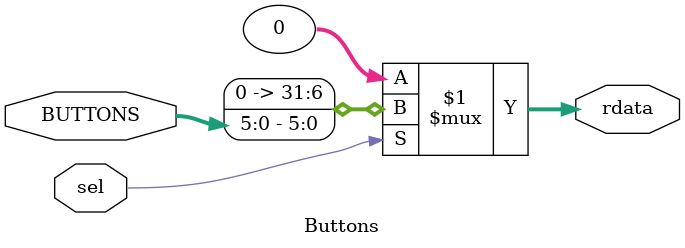
<source format=v>

module Buttons(
    input wire 	       sel,   // select (read/write ignored if low)
    output wire [31:0] rdata, // read data

    input wire[5:0]   BUTTONS // the six pins wired to the buttons
);

   assign rdata = (sel ? {26'b0, BUTTONS} : 32'b0);

endmodule

</source>
